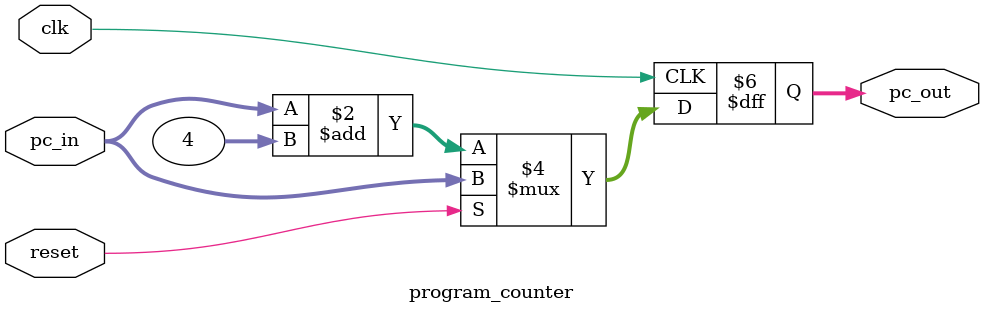
<source format=v>

module program_counter(
input clk, reset, 
input [31:0] pc_in, // Input Port
output reg [31:0] pc_out // Output Port
    );

    always@(posedge clk)
    if (reset)
        pc_out<=pc_in; // In initial Stage, output of PC will be the initial address i,e, 1000
    else
        pc_out<=pc_in + 4;  // In the next cycle, output will be incremented to four of previous stage. Example: 1000 + 4= 1004, in next cycle it is 1008
endmodule

</source>
